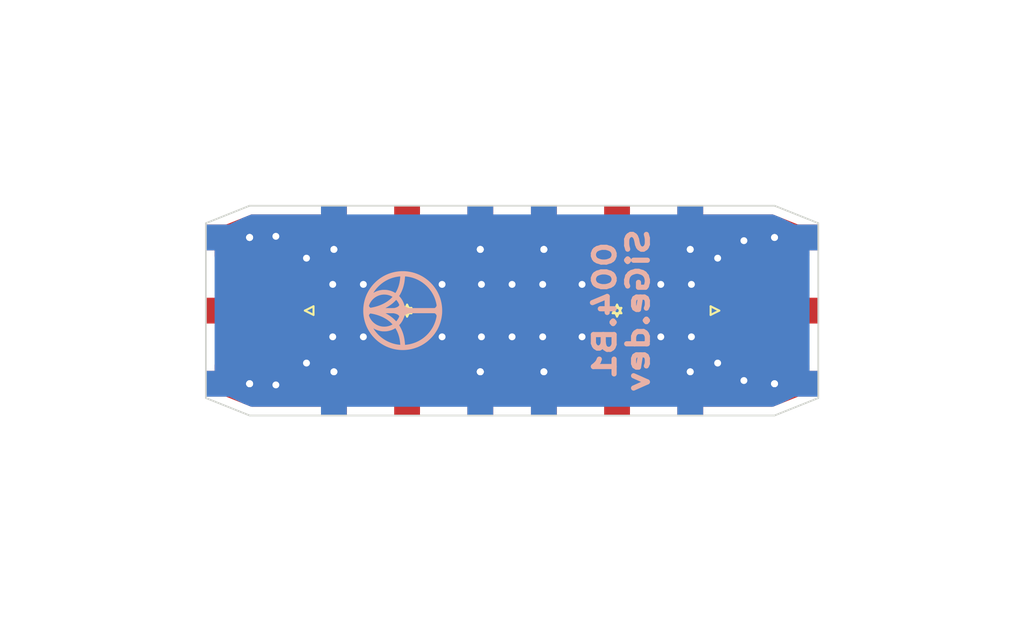
<source format=kicad_pcb>
(kicad_pcb (version 20211014) (generator pcbnew)
  (layers (0 "F.Cu" signal) (1 "In1.Cu" signal) (2 "In2.Cu" signal) (31 "B.Cu" signal) (34 "B.Paste" user) (35 "F.Paste" user) (36 "B.SilkS" user "B.Silkscreen") (37 "F.SilkS" user "F.Silkscreen") (38 "B.Mask" user) (39 "F.Mask" user) (44 "Edge.Cuts" user))
  (net 0 "")
  (net 1 "GND")
  (net 2 "/sig")
  (footprint "Connector_Coaxial:SMA_Amphenol_132289_EdgeMount" (layer "F.Cu") (at 148.844 121.92)
    (fp_text reference "J1" hide)
    (fp_text value "Conn_Coaxial" hide)
    (fp_line (start -3.71 -0.25) (end -3.71 0.25) (layer "F.SilkS") (width 0.12))
    (fp_line (start -3.21 0) (end -3.71 -0.25) (layer "F.SilkS") (width 0.12))
    (fp_line (start -3.71 0.25) (end -3.21 0) (layer "F.SilkS") (width 0.12))
    (pad "1" smd rect locked (at 0 0 90) (size 1.5 5.08) (layers "F.Cu" "F.Paste" "F.Mask") (net 2 "/sig"))
    (pad "2" smd rect locked (at 0 -4.25 90) (size 1.5 5.08) (layers "B.Cu" "B.Paste" "B.Mask") (net 1 "GND"))
    (pad "2" smd rect locked (at 0 4.25 90) (size 1.5 5.08) (layers "B.Cu" "B.Paste" "B.Mask") (net 1 "GND"))
    (pad "2" smd rect locked (at 0 4.25 90) (size 1.5 5.08) (layers "F.Cu" "F.Paste" "F.Mask") (net 1 "GND"))
    (pad "2" smd rect locked (at 0 -4.25 90) (size 1.5 5.08) (layers "F.Cu" "F.Paste" "F.Mask") (net 1 "GND"))
  )
  (footprint "Connector_Coaxial:SMA_Amphenol_132289_EdgeMount" (layer "F.Cu") (at 127.508 125.476 -90)
    (fp_text reference "J2" hide)
    (fp_text value "Conn_Coaxial" hide)
    (fp_line (start -3.21 0) (end -3.71 -0.25) (layer "F.SilkS") (width 0.12))
    (fp_line (start -3.71 0.25) (end -3.21 0) (layer "F.SilkS") (width 0.12))
    (fp_line (start -3.71 -0.25) (end -3.71 0.25) (layer "F.SilkS") (width 0.12))
    (pad "1" smd rect locked (at 0 0) (size 1.5 5.08) (layers "F.Cu" "F.Paste" "F.Mask") (net 1 "GND"))
    (pad "2" smd rect locked (at 0 4.25) (size 1.5 5.08) (layers "F.Cu" "F.Paste" "F.Mask") (net 1 "GND"))
    (pad "2" smd rect locked (at 0 4.25) (size 1.5 5.08) (layers "B.Cu" "B.Paste" "B.Mask") (net 1 "GND"))
    (pad "2" smd rect locked (at 0 -4.25) (size 1.5 5.08) (layers "B.Cu" "B.Paste" "B.Mask") (net 1 "GND"))
    (pad "2" smd rect locked (at 0 -4.25) (size 1.5 5.08) (layers "F.Cu" "F.Paste" "F.Mask") (net 1 "GND"))
  )
  (footprint "Connector_Coaxial:SMA_Amphenol_132289_EdgeMount" (layer "F.Cu") (at 127.508 118.364 90)
    (fp_text reference "J3" hide)
    (fp_text value "Conn_Coaxial" hide)
    (fp_line (start -3.71 0.25) (end -3.21 0) (layer "F.SilkS") (width 0.12))
    (fp_line (start -3.21 0) (end -3.71 -0.25) (layer "F.SilkS") (width 0.12))
    (fp_line (start -3.71 -0.25) (end -3.71 0.25) (layer "F.SilkS") (width 0.12))
    (pad "1" smd rect locked (at 0 0 180) (size 1.5 5.08) (layers "F.Cu" "F.Paste" "F.Mask") (net 1 "GND"))
    (pad "2" smd rect locked (at 0 4.25 180) (size 1.5 5.08) (layers "F.Cu" "F.Paste" "F.Mask") (net 1 "GND"))
    (pad "2" smd rect locked (at 0 -4.25 180) (size 1.5 5.08) (layers "B.Cu" "B.Paste" "B.Mask") (net 1 "GND"))
    (pad "2" smd rect locked (at 0 4.25 180) (size 1.5 5.08) (layers "B.Cu" "B.Paste" "B.Mask") (net 1 "GND"))
    (pad "2" smd rect locked (at 0 -4.25 180) (size 1.5 5.08) (layers "F.Cu" "F.Paste" "F.Mask") (net 1 "GND"))
  )
  (footprint "Connector_Coaxial:SMA_Amphenol_132289_EdgeMount" (layer "F.Cu") (at 139.7 118.364 90)
    (fp_text reference "J4" hide)
    (fp_text value "Conn_Coaxial" hide)
    (fp_line (start -3.71 -0.25) (end -3.71 0.25) (layer "F.SilkS") (width 0.12))
    (fp_line (start -3.21 0) (end -3.71 -0.25) (layer "F.SilkS") (width 0.12))
    (fp_line (start -3.71 0.25) (end -3.21 0) (layer "F.SilkS") (width 0.12))
    (pad "1" smd rect locked (at 0 0 180) (size 1.5 5.08) (layers "F.Cu" "F.Paste" "F.Mask") (net 1 "GND"))
    (pad "2" smd rect locked (at 0 4.25 180) (size 1.5 5.08) (layers "F.Cu" "F.Paste" "F.Mask") (net 1 "GND"))
    (pad "2" smd rect locked (at 0 -4.25 180) (size 1.5 5.08) (layers "B.Cu" "B.Paste" "B.Mask") (net 1 "GND"))
    (pad "2" smd rect locked (at 0 -4.25 180) (size 1.5 5.08) (layers "F.Cu" "F.Paste" "F.Mask") (net 1 "GND"))
    (pad "2" smd rect locked (at 0 4.25 180) (size 1.5 5.08) (layers "B.Cu" "B.Paste" "B.Mask") (net 1 "GND"))
  )
  (footprint "Connector_Coaxial:SMA_Amphenol_132289_EdgeMount" (layer "F.Cu") (at 139.7 125.476 -90)
    (fp_text reference "J5" hide)
    (fp_text value "Conn_Coaxial" hide)
    (fp_line (start -3.71 0.25) (end -3.21 0) (layer "F.SilkS") (width 0.12))
    (fp_line (start -3.21 0) (end -3.71 -0.25) (layer "F.SilkS") (width 0.12))
    (fp_line (start -3.71 -0.25) (end -3.71 0.25) (layer "F.SilkS") (width 0.12))
    (pad "1" smd rect locked (at 0 0) (size 1.5 5.08) (layers "F.Cu" "F.Paste" "F.Mask") (net 1 "GND"))
    (pad "2" smd rect locked (at 0 -4.25) (size 1.5 5.08) (layers "B.Cu" "B.Paste" "B.Mask") (net 1 "GND"))
    (pad "2" smd rect locked (at 0 4.25) (size 1.5 5.08) (layers "B.Cu" "B.Paste" "B.Mask") (net 1 "GND"))
    (pad "2" smd rect locked (at 0 -4.25) (size 1.5 5.08) (layers "F.Cu" "F.Paste" "F.Mask") (net 1 "GND"))
    (pad "2" smd rect locked (at 0 4.25) (size 1.5 5.08) (layers "F.Cu" "F.Paste" "F.Mask") (net 1 "GND"))
  )
  (footprint "Connector_Coaxial:SMA_Amphenol_132289_EdgeMount" (layer "F.Cu") (at 118.364 121.92 180)
    (fp_text reference "J6" hide)
    (fp_text value "Conn_Coaxial" hide)
    (fp_line (start -3.21 0) (end -3.71 -0.25) (layer "F.SilkS") (width 0.12))
    (fp_line (start -3.71 -0.25) (end -3.71 0.25) (layer "F.SilkS") (width 0.12))
    (fp_line (start -3.71 0.25) (end -3.21 0) (layer "F.SilkS") (width 0.12))
    (pad "1" smd rect locked (at 0 0 270) (size 1.5 5.08) (layers "F.Cu" "F.Paste" "F.Mask") (net 2 "/sig"))
    (pad "2" smd rect locked (at 0 4.25 270) (size 1.5 5.08) (layers "B.Cu" "B.Paste" "B.Mask") (net 1 "GND"))
    (pad "2" smd rect locked (at 0 4.25 270) (size 1.5 5.08) (layers "F.Cu" "F.Paste" "F.Mask") (net 1 "GND"))
    (pad "2" smd rect locked (at 0 -4.25 270) (size 1.5 5.08) (layers "F.Cu" "F.Paste" "F.Mask") (net 1 "GND"))
    (pad "2" smd rect locked (at 0 -4.25 270) (size 1.5 5.08) (layers "B.Cu" "B.Paste" "B.Mask") (net 1 "GND"))
  )
  (footprint "LOGO" (layer "B.Cu") (at 127.254 121.92 180)
    (fp_text reference "G***" hide)
    (fp_text value "LOGO" hide)
    (fp_poly (pts (xy 0.024013 2.291862) (xy 0.063216 2.291353) (xy 0.100345 2.290382) (xy 0.134107 2.288949) (xy 0.157773 2.287473) (xy 0.274275 2.276097) (xy 0.388856 2.259341) (xy 0.501473 2.237224) (xy 0.612081 2.209763) (xy 0.720635 2.176977) (xy 0.827089 2.138885) (xy 0.9314 2.095506) (xy 1.033521 2.046857) (xy 1.133409 1.992958) (xy 1.231019 1.933826) (xy 1.326306 1.86948) (xy 1.419224 1.799939) (xy 1.49874 1.734681) (xy 1.519895 1.716036) (xy 1.543954 1.693907) (xy 1.570078 1.66913) (xy 1.597431 1.642542) (xy 1.625176 1.614981) (xy 1.652477 1.587282) (xy 1.678496 1.560284) (xy 1.702397 1.534822) (xy 1.723342 1.511734) (xy 1.734681 1.49874) (xy 1.808768 1.407931) (xy 1.877674 1.314719) (xy 1.941381 1.219147) (xy 1.999871 1.12126) (xy 2.053125 1.021101) (xy 2.101126 0.918715) (xy 2.143854 0.814146) (xy 2.181292 0.707439) (xy 2.213423 0.598636) (xy 2.240226 0.487783) (xy 2.261685 0.374923) (xy 2.277781 0.260101) (xy 2.287473 0.157773) (xy 2.289275 0.127629) (xy 2.290615 0.093083) (xy 2.291493 0.055431) (xy 2.291908 0.015967) (xy 2.291862 -0.024013) (xy 2.291353 -0.063216) (xy 2.290382 -0.100345) (xy 2.288949 -0.134107) (xy 2.287473 -0.157773) (xy 2.276114 -0.273831) (xy 2.259337 -0.388192) (xy 2.237178 -0.500763) (xy 2.209672 -0.611451) (xy 2.176855 -0.720161) (xy 2.138764 -0.826798) (xy 2.095435 -0.93127) (xy 2.046904 -1.033482) (xy 1.993206 -1.133341) (xy 1.934379 -1.230752) (xy 1.870457 -1.325621) (xy 1.80639 -1.411587) (xy 1.753566 -1.4763) (xy 1.696216 -1.541201) (xy 1.635391 -1.605238) (xy 1.572144 -1.667358) (xy 1.507527 -1.726509) (xy 1.442593 -1.781639) (xy 1.411587 -1.80639) (xy 1.319448 -1.874784) (xy 1.2245 -1.938233) (xy 1.126905 -1.996675) (xy 1.02682 -2.05005) (xy 0.924405 -2.098296) (xy 0.81982 -2.141353) (xy 0.713222 -2.17916) (xy 0.604772 -2.211655) (xy 0.494629 -2.238779) (xy 0.382951 -2.260469) (xy 0.269899 -2.276665) (xy 0.155732 -2.287299) (xy 0.107229 -2.29013) (xy 0.059853 -2.291852) (xy 0.011726 -2.292498) (xy -0.039028 -2.292103) (xy -0.071437 -2.291383) (xy -0.182979 -2.285533) (xy -0.294082 -2.27406) (xy -0.4045 -2.257053) (xy -0.513989 -2.234599) (xy -0.622304 -2.206787) (xy -0.729201 -2.173705) (xy -0.834436 -2.135443) (xy -0.937763 -2.092088) (xy -1.03894 -2.043728) (xy -1.137721 -1.990453) (xy -1.233862 -1.93235) (xy -1.327118 -1.869508) (xy -1.411183 -1.806781) (xy -1.479728 -1.750641) (xy -1.548062 -1.689903) (xy -1.61513 -1.625622) (xy -1.679878 -1.558852) (xy -1.741251 -1.490649) (xy -1.798193 -1.422067) (xy -1.806781 -1.411183) (xy -1.874978 -1.319516) (xy -1.938222 -1.225043) (xy -1.996464 -1.127885) (xy -2.049659 -1.028166) (xy -2.097759 -0.926009) (xy -2.140716 -0.821538) (xy -2.178483 -0.714874) (xy -2.211013 -0.606142) (xy -2.23826 -0.495464) (xy -2.260175 -0.382963) (xy -2.272618 -0.297027) (xy -1.967957 -0.297027) (xy -1.967944 -0.304707) (xy -1.966671 -0.317281) (xy -1.964251 -0.334093) (xy -1.9608 -0.354489) (xy -1.956432 -0.377817) (xy -1.951263 -0.403421) (xy -1.945405 -0.430648) (xy -1.941504 -0.447948) (xy -1.915169 -0.550019) (xy -1.883515 -0.65018) (xy -1.846674 -0.748246) (xy -1.804775 -0.844032) (xy -1.757948 -0.937355) (xy -1.706323 -1.02803) (xy -1.65003 -1.115872) (xy -1.589199 -1.200698) (xy -1.52396 -1.282322) (xy -1.454443 -1.360562) (xy -1.380778 -1.435232) (xy -1.303095 -1.506148) (xy -1.221524 -1.573126) (xy -1.136195 -1.635981) (xy -1.074407 -1.677359) (xy -0.984355 -1.73194) (xy -0.891594 -1.781627) (xy -0.796428 -1.8263) (xy -0.69916 -1.865843) (xy -0.600094 -1.900136) (xy -0.499535 -1.92906) (xy -0.397785 -1.952498) (xy -0.342896 -1.962755) (xy -0.311092 -1.967944) (xy -0.277706 -1.972899) (xy -0.244301 -1.977415) (xy -0.212434 -1.981288) (xy -0.183668 -1.984312) (xy -0.16859 -1.985631) (xy -0.156056 -1.986644) (xy -0.145733 -1.987521) (xy -0.138891 -1.988153) (xy -0.136812 -1.988398) (xy -0.136219 -1.986779) (xy 0.142873 -1.986779) (xy 0.173367 -1.984808) (xy 0.186724 -1.983737) (xy 0.204016 -1.982045) (xy 0.223519 -1.979918) (xy 0.24351 -1.97754) (xy 0.255984 -1.975942) (xy 0.307737 -1.968554) (xy 0.356292 -1.960425) (xy 0.404161 -1.951104) (xy 0.447948 -1.941504) (xy 0.549927 -1.915189) (xy 0.650023 -1.883548) (xy 0.748047 -1.846715) (xy 0.843812 -1.80482) (xy 0.937129 -1.757998) (xy 1.02781 -1.70638) (xy 1.115667 -1.650097) (xy 1.200511 -1.589284) (xy 1.282156 -1.524072) (xy 1.360412 -1.454593) (xy 1.435091 -1.38098) (xy 1.506006 -1.303365) (xy 1.572968 -1.22188) (xy 1.63579 -1.136658) (xy 1.675035 -1.078208) (xy 1.68399 -1.064281) (xy 1.69176 -1.052061) (xy 1.697853 -1.042335) (xy 1.701777 -1.035887) (xy 1.703049 -1.033522) (xy 1.700734 -1.034356) (xy 1.694401 -1.037585) (xy 1.684964 -1.042723) (xy 1.673337 -1.04928) (xy 1.670902 -1.050677) (xy 1.599622 -1.088396) (xy 1.525439 -1.12123) (xy 1.448483 -1.149137) (xy 1.368885 -1.172074) (xy 1.286776 -1.19) (xy 1.202286 -1.202873) (xy 1.195849 -1.203634) (xy 1.182091 -1.204805) (xy 1.163628 -1.205749) (xy 1.141466 -1.206468) (xy 1.116609 -1.206961) (xy 1.090062 -1.207227) (xy 1.062832 -1.207268) (xy 1.035923 -1.207083) (xy 1.01034 -1.206672) (xy 0.98709 -1.206035) (xy 0.967177 -1.205171) (xy 0.951606 -1.204082) (xy 0.947249 -1.203634) (xy 0.86205 -1.191072) (xy 0.779471 -1.17344) (xy 0.699466 -1.150723) (xy 0.621989 -1.122906) (xy 0.546992 -1.089973) (xy 0.47443 -1.05191) (xy 0.46174 -1.04458) (xy 0.448817 -1.037039) (xy 0.437766 -1.030645) (xy 0.429464 -1.025899) (xy 0.424784 -1.023305) (xy 0.424081 -1.022972) (xy 0.42206 -1.025371) (xy 0.417763 -1.03208) (xy 0.411602 -1.042366) (xy 0.40399 -1.055498) (xy 0.395341 -1.070742) (xy 0.386068 -1.087366) (xy 0.376585 -1.104639) (xy 0.367303 -1.121827) (xy 0.358638 -1.138198) (xy 0.353762 -1.147605) (xy 0.313708 -1.230911) (xy 0.277939 -1.316504) (xy 0.246379 -1.404668) (xy 0.218952 -1.495684) (xy 0.195581 -1.589836) (xy 0.176192 -1.687405) (xy 0.160707 -1.788676) (xy 0.149051 -1.89393) (xy 0.147145 -1.915819) (xy 0.145753 -1.933079) (xy 0.144551 -1.949014) (xy 0.143618 -1.962482) (xy 0.143035 -1.972343) (xy 0.142873 -1.976961) (xy 0.142873 -1.986779) (xy -0.136219 -1.986779) (xy -0.135903 -1.985915) (xy -0.134848 -1.978896) (xy -0.133796 -1.968512) (xy -0.133118 -1.959506) (xy -0.124339 -1.851112) (xy -0.112441 -1.747115) (xy -0.097317 -1.647056) (xy -0.07886 -1.550476) (xy -0.056963 -1.456915) (xy -0.031517 -1.365913) (xy -0.002417 -1.277011) (xy 0.030447 -1.189749) (xy 0.0662 -1.105839) (xy 0.082322 -1.071287) (xy 0.100363 -1.034767) (xy 0.119658 -0.997508) (xy 0.139542 -0.960742) (xy 0.15935 -0.925699) (xy 0.178418 -0.893611) (xy 0.195072 -0.86724) (xy 0.208183 -0.847238) (xy 0.191799 -0.830093) (xy 0.164028 -0.798899) (xy 0.594353 -0.798899) (xy 0.59686 -0.80199) (xy 0.603904 -0.806963) (xy 0.614762 -0.813454) (xy 0.628716 -0.821101) (xy 0.645044 -0.82954) (xy 0.663026 -0.83841) (xy 0.681943 -0.847347) (xy 0.701073 -0.855988) (xy 0.719697 -0.863971) (xy 0.737094 -0.870932) (xy 0.738072 -0.871305) (xy 0.80458 -0.893969) (xy 0.871205 -0.911336) (xy 0.938487 -0.923479) (xy 1.006968 -0.93047) (xy 1.077186 -0.932382) (xy 1.149683 -0.929289) (xy 1.161559 -0.928331) (xy 1.226764 -0.920044) (xy 1.292455 -0.906435) (xy 1.357858 -0.887758) (xy 1.422196 -0.864264) (xy 1.484693 -0.836207) (xy 1.544573 -0.80384) (xy 1.545267 -0.803429) (xy 1.605592 -0.764463) (xy 1.662635 -0.721018) (xy 1.716143 -0.673411) (xy 1.765863 -0.621956) (xy 1.81154 -0.566969) (xy 1.852922 -0.508765) (xy 1.889755 -0.447658) (xy 1.921787 -0.383964) (xy 1.948762 -0.317997) (xy 1.958569 -0.28955) (xy 1.963383 -0.27478) (xy 1.952896 -0.253832) (xy 1.945869 -0.2408) (xy 1.937618 -0.22695) (xy 1.930105 -0.215537) (xy 1.921794 -0.204851) (xy 1.912057 -0.193917) (xy 1.901855 -0.183642) (xy 1.892148 -0.174931) (xy 1.883897 -0.168689) (xy 1.878063 -0.165822) (xy 1.877268 -0.165733) (xy 1.871634 -0.166259) (xy 1.861296 -0.16773) (xy 1.847156 -0.169986) (xy 1.830118 -0.172867) (xy 1.811085 -0.176214) (xy 1.79096 -0.179866) (xy 1.770644 -0.183663) (xy 1.751042 -0.187446) (xy 1.733056 -0.191055) (xy 1.725834 -0.192557) (xy 1.617763 -0.217645) (xy 1.51238 -0.246732) (xy 1.409907 -0.279713) (xy 1.310569 -0.316483) (xy 1.214589 -0.356936) (xy 1.122192 -0.400966) (xy 1.033601 -0.448468) (xy 0.949039 -0.499337) (xy 0.868731 -0.553466) (xy 0.7929 -0.61075) (xy 0.733278 -0.660832) (xy 0.723402 -0.669764) (xy 0.711356 -0.68101) (xy 0.697699 -0.694013) (xy 0.68299 -0.708219) (xy 0.667788 -0.723071) (xy 0.652651 -0.738015) (xy 0.638139 -0.752495) (xy 0.62481 -0.765955) (xy 0.613223 -0.77784) (xy 0.603937 -0.787594) (xy 0.597512 -0.794663) (xy 0.594506 -0.79849) (xy 0.594353 -0.798899) (xy 0.164028 -0.798899) (xy 0.141115 -0.773161) (xy 0.093605 -0.711922) (xy 0.049728 -0.647097) (xy 0.009943 -0.57941) (xy -0.025292 -0.50958) (xy -0.052986 -0.444858) (xy -0.058984 -0.429661) (xy -0.06469 -0.415417) (xy -0.069581 -0.403417) (xy -0.073133 -0.394953) (xy -0.074036 -0.392901) (xy -0.077132 -0.38503) (xy -0.081062 -0.373579) (xy -0.085176 -0.360489) (xy -0.086985 -0.354326) (xy -0.093851 -0.333707) (xy 0.201666 -0.333707) (xy 0.202729 -0.339518) (xy 0.205821 -0.348241) (xy 0.206042 -0.348829) (xy 0.22001 -0.382167) (xy 0.237564 -0.418111) (xy 0.258 -0.455495) (xy 0.280614 -0.493149) (xy 0.3047 -0.529904) (xy 0.329556 -0.564593) (xy 0.354476 -0.596046) (xy 0.356502 -0.598447) (xy 0.377251 -0.622914) (xy 0.436511 -0.562514) (xy 0.454075 -0.544798) (xy 0.472713 -0.526325) (xy 0.49139 -0.5081) (xy 0.50907 -0.491125) (xy 0.524719 -0.476405) (xy 0.535775 -0.466301) (xy 0.593675 -0.416666) (xy 0.655581 -0.367682) (xy 0.720355 -0.320134) (xy 0.786857 -0.274807) (xy 0.853948 -0.232485) (xy 0.920491 -0.193953) (xy 0.967252 -0.169083) (xy 0.978 -0.163505) (xy 0.987118 -0.158614) (xy 0.993159 -0.155192) (xy 0.994398 -0.154404) (xy 0.993125 -0.153818) (xy 0.987412 -0.153317) (xy 0.977117 -0.152901) (xy 0.962099 -0.152568) (xy 0.942216 -0.152318) (xy 0.917328 -0.152148) (xy 0.887292 -0.152058) (xy 0.851967 -0.152046) (xy 0.811212 -0.15211) (xy 0.764886 -0.152251) (xy 0.764372 -0.152252) (xy 0.53006 -0.153101) (xy 0.490021 -0.161963) (xy 0.444498 -0.173053) (xy 0.402288 -0.185386) (xy 0.363982 -0.198755) (xy 0.330174 -0.212951) (xy 0.301456 -0.227768) (xy 0.300678 -0.228221) (xy 0.275103 -0.244884) (xy 0.251999 -0.263351) (xy 0.232144 -0.282858) (xy 0.216318 -0.30264) (xy 0.205413 -0.321683) (xy 0.202578 -0.328525) (xy 0.201666 -0.333707) (xy -0.093851 -0.333707) (xy -0.094612 -0.331423) (xy -0.1037 -0.312204) (xy -0.115395 -0.294644) (xy -0.13084 -0.27672) (xy -0.13094 -0.276614) (xy -0.154798 -0.254888) (xy -0.183881 -0.234611) (xy -0.217851 -0.215926) (xy -0.256368 -0.198977) (xy -0.299094 -0.18391) (xy -0.345688 -0.170867) (xy -0.395814 -0.159994) (xy -0.411792 -0.157124) (xy -0.415429 -0.156519) (xy -0.419139 -0.155957) (xy -0.423144 -0.155439) (xy -0.427664 -0.154962) (xy -0.43292 -0.154525) (xy -0.439134 -0.154125) (xy -0.446527 -0.153762) (xy -0.455318 -0.153433) (xy -0.465729 -0.153137) (xy -0.477982 -0.152871) (xy -0.492296 -0.152635) (xy -0.508894 -0.152427) (xy -0.527995 -0.152244) (xy -0.549821 -0.152086) (xy -0.574592 -0.15195) (xy -0.60253 -0.151835) (xy -0.633856 -0.151738) (xy -0.66879 -0.151659) (xy -0.707553 -0.151596) (xy -0.750367 -0.151547) (xy -0.797452 -0.151509) (xy -0.849029 -0.151483) (xy -0.905319 -0.151464) (xy -0.966542 -0.151453) (xy -1.032921 -0.151448) (xy -1.104676 -0.151446) (xy -1.145349 -0.151446) (xy -1.220222 -0.151447) (xy -1.289593 -0.151453) (xy -1.353674 -0.151465) (xy -1.412679 -0.151484) (xy -1.46682 -0.151512) (xy -1.516311 -0.15155) (xy -1.561364 -0.151599) (xy -1.602191 -0.151662) (xy -1.639007 -0.15174) (xy -1.672023 -0.151833) (xy -1.701452 -0.151944) (xy -1.727508 -0.152075) (xy -1.750402 -0.152225) (xy -1.770349 -0.152398) (xy -1.787561 -0.152594) (xy -1.80225 -0.152816) (xy -1.81463 -0.153063) (xy -1.824913 -0.153339) (xy -1.833312 -0.153644) (xy -1.84004 -0.15398) (xy -1.84531 -0.154348) (xy -1.849334 -0.15475) (xy -1.852326 -0.155187) (xy -1.854498 -0.155661) (xy -1.856064 -0.156174) (xy -1.85654 -0.156377) (xy -1.8828 -0.171466) (xy -1.906911 -0.191727) (xy -1.928635 -0.216945) (xy -1.935916 -0.227333) (xy -1.943751 -0.240208) (xy -1.951496 -0.254785) (xy -1.958468 -0.26958) (xy -1.963985 -0.283109) (xy -1.967366 -0.29389) (xy -1.967957 -0.297027) (xy -2.272618 -0.297027) (xy -2.276711 -0.268763) (xy -2.287473 -0.157773) (xy -2.289275 -0.127629) (xy -2.290615 -0.093083) (xy -2.291493 -0.055431) (xy -2.291908 -0.015967) (xy -2.291862 0.024013) (xy -2.291353 0.063216) (xy -2.290382 0.100345) (xy -2.288949 0.134107) (xy -2.287473 0.157773) (xy -2.276098 0.274288) (xy -2.272919 0.296032) (xy -1.971116 0.296032) (xy -1.965712 0.282322) (xy -1.950557 0.249258) (xy -1.932698 0.219763) (xy -1.912543 0.194347) (xy -1.890494 0.173524) (xy -1.867229 0.157951) (xy -1.850208 0.14874) (xy -0.39423 0.148588) (xy -0.36642 0.154592) (xy -0.319944 0.166157) (xy -0.276481 0.180053) (xy -0.236487 0.196061) (xy -0.200419 0.213961) (xy -0.168735 0.233534) (xy -0.141893 0.254562) (xy -0.126561 0.269663) (xy -0.112763 0.286296) (xy -0.102742 0.302435) (xy -0.095249 0.320304) (xy -0.09323 0.326858) (xy 0.197838 0.326858) (xy 0.206286 0.309874) (xy 0.220072 0.286592) (xy 0.237409 0.265418) (xy 0.258807 0.245903) (xy 0.284773 0.227599) (xy 0.315817 0.210056) (xy 0.324322 0.205791) (xy 0.358594 0.190447) (xy 0.395598 0.176475) (xy 0.43275 0.164795) (xy 0.457194 0.158536) (xy 0.468877 0.155826) (xy 0.47948 0.153296) (xy 0.486837 0.151466) (xy 0.487198 0.151371) (xy 0.49128 0.151033) (xy 0.500653 0.150707) (xy 0.514893 0.150397) (xy 0.533576 0.150107) (xy 0.556278 0.14984) (xy 0.582576 0.149601) (xy 0.612045 0.149394) (xy 0.644261 0.149222) (xy 0.678801 0.149089) (xy 0.71524 0.148999) (xy 0.750084 0.148957) (xy 1.004399 0.148811) (xy 0.988683 0.157475) (xy 0.980533 0.161937) (xy 0.9687 0.168376) (xy 0.954535 0.176059) (xy 0.939385 0.184253) (xy 0.932962 0.187721) (xy 0.852902 0.233406) (xy 0.773452 0.283624) (xy 0.695799 0.337541) (xy 0.621133 0.394324) (xy 0.55064 0.45314) (xy 0.535775 0.466301) (xy 0.522694 0.478287) (xy 0.506693 0.493389) (xy 0.488808 0.510601) (xy 0.470076 0.528919) (xy 0.451535 0.547337) (xy 0.436618 0.562405) (xy 0.377465 0.622696) (xy 0.362186 0.604952) (xy 0.326128 0.560461) (xy 0.293489 0.514459) (xy 0.264414 0.467672) (xy 0.255013 0.450898) (xy 0.244657 0.43126) (xy 0.234042 0.41018) (xy 0.223859 0.389079) (xy 0.214802 0.369379) (xy 0.207564 0.352499) (xy 0.204856 0.345593) (xy 0.197838 0.326858) (xy -0.09323 0.326858) (xy -0.091811 0.331466) (xy -0.068542 0.404599) (xy -0.039983 0.477025) (xy -0.006506 0.548088) (xy 0.031515 0.617132) (xy 0.073707 0.683501) (xy 0.119696 0.746538) (xy 0.163513 0.798899) (xy 0.594353 0.798899) (xy 0.596325 0.796057) (xy 0.601869 0.789821) (xy 0.610427 0.780747) (xy 0.621439 0.76939) (xy 0.634347 0.756306) (xy 0.64859 0.742051) (xy 0.663612 0.727179) (xy 0.678852 0.712246) (xy 0.693752 0.697808) (xy 0.707752 0.68442) (xy 0.720295 0.672638) (xy 0.730821 0.663016) (xy 0.733278 0.660832) (xy 0.805105 0.601084) (xy 0.881587 0.544401) (xy 0.962489 0.490887) (xy 1.047576 0.440647) (xy 1.136613 0.393786) (xy 1.229366 0.350409) (xy 1.3256 0.310621) (xy 1.42508 0.274527) (xy 1.527571 0.242232) (xy 1.632839 0.213841) (xy 1.740649 0.189459) (xy 1.821143 0.174196) (xy 1.83691 0.171472) (xy 1.850837 0.169117) (xy 1.861892 0.1673) (xy 1.869041 0.166193) (xy 1.871124 0.165934) (xy 1.875495 0.167344) (xy 1.882525 0.171169) (xy 1.887184 0.174188) (xy 1.903027 0.187363) (xy 1.919114 0.204873) (xy 1.934468 0.225466) (xy 1.948111 0.247892) (xy 1.9543 0.260064) (xy 1.962581 0.277573) (xy 1.95454 0.300947) (xy 1.928074 0.369343) (xy 1.896753 0.434736) (xy 1.860543 0.497193) (xy 1.831655 0.540061) (xy 1.78667 0.598133) (xy 1.737855 0.652069) (xy 1.68545 0.70173) (xy 1.629695 0.746976) (xy 1.57083 0.787668) (xy 1.509094 0.823667) (xy 1.444729 0.854834) (xy 1.377974 0.881029) (xy 1.30907 0.902112) (xy 1.238255 0.917946) (xy 1.165771 0.92839) (xy 1.161559 0.928824) (xy 1.127726 0.931253) (xy 1.090086 0.93226) (xy 1.050351 0.9319) (xy 1.010237 0.930226) (xy 0.971455 0.927295) (xy 0.93572 0.923159) (xy 0.922961 0.921229) (xy 0.86138 0.908927) (xy 0.79965 0.892251) (xy 0.739431 0.871715) (xy 0.682386 0.847832) (xy 0.677345 0.845479) (xy 0.659388 0.836799) (xy 0.642234 0.828097) (xy 0.626623 0.819789) (xy 0.613293 0.812287) (xy 0.602982 0.806007) (xy 0.596428 0.801364) (xy 0.594353 0.798899) (xy 0.163513 0.798899) (xy 0.16911 0.805588) (xy 0.191799 0.830093) (xy 0.208183 0.847238) (xy 0.195072 0.86724) (xy 0.177307 0.895429) (xy 0.158177 0.92773) (xy 0.138345 0.962911) (xy 0.118478 0.999741) (xy 0.099239 1.03699) (xy 0.081295 1.073427) (xy 0.0662 1.105839) (xy 0.029553 1.191977) (xy -0.003224 1.279311) (xy -0.032238 1.368299) (xy -0.057598 1.459402) (xy -0.07941 1.553077) (xy -0.097782 1.649784) (xy -0.11282 1.749981) (xy -0.124632 1.85413) (xy -0.133115 1.959469) (xy -0.134044 1.972605) (xy -0.134941 1.981014) (xy -0.136086 1.985674) (xy -0.137079 1.986797) (xy 0.142873 1.986797) (xy 0.142873 1.97697) (xy 0.143152 1.969263) (xy 0.143929 1.956903) (xy 0.145116 1.940921) (xy 0.146623 1.922348) (xy 0.148361 1.902215) (xy 0.15024 1.881553) (xy 0.152173 1.861394) (xy 0.154069 1.842769) (xy 0.155839 1.826708) (xy 0.155931 1.82592) (xy 0.170947 1.718594) (xy 0.190498 1.614404) (xy 0.214557 1.51343) (xy 0.243099 1.415753) (xy 0.276096 1.321456) (xy 0.313525 1.230617) (xy 0.355357 1.14332) (xy 0.401567 1.059644) (xy 0.402555 1.057976) (xy 0.410014 1.045483) (xy 0.416394 1.034959) (xy 0.421157 1.02728) (xy 0.423766 1.02332) (xy 0.424081 1.022972) (xy 0.426681 1.024338) (xy 0.433331 1.028099) (xy 0.443154 1.033755) (xy 0.455276 1.040801) (xy 0.46174 1.04458) (xy 0.534125 1.083679) (xy 0.609021 1.117659) (xy 0.686341 1.14649) (xy 0.765999 1.170144) (xy 0.847908 1.188592) (xy 0.931982 1.201805) (xy 0.934391 1.202102) (xy 0.951321 1.203716) (xy 0.972799 1.205048) (xy 0.99778 1.206092) (xy 1.025219 1.206841) (xy 1.054071 1.20729) (xy 1.08329 1.207432) (xy 1.111833 1.207261) (xy 1.138654 1.206771) (xy 1.162707 1.205957) (xy 1.182949 1.204811) (xy 1.195849 1.203634) (xy 1.280512 1.191143) (xy 1.362804 1.173595) (xy 1.442595 1.151033) (xy 1.519754 1.123498) (xy 1.59415 1.091032) (xy 1.665653 1.053678) (xy 1.670902 1.050677) (xy 1.682848 1.043901) (xy 1.692782 1.03845) (xy 1.69979 1.034811) (xy 1.702957 1.033473) (xy 1.703049 1.033522) (xy 1.701506 1.036703) (xy 1.697198 1.043868) (xy 1.690603 1.054295) (xy 1.682201 1.067262) (xy 1.672469 1.082049) (xy 1.661887 1.097935) (xy 1.650935 1.114197) (xy 1.64009 1.130114) (xy 1.629832 1.144967) (xy 1.62064 1.158032) (xy 1.617085 1.162988) (xy 1.575133 1.219197) (xy 1.532863 1.271946) (xy 1.488886 1.322872) (xy 1.441815 1.373609) (xy 1.414949 1.401173) (xy 1.337576 1.475325) (xy 1.256886 1.544869) (xy 1.173043 1.609727) (xy 1.086208 1.669819) (xy 0.996544 1.725064) (xy 0.904213 1.775382) (xy 0.809378 1.820694) (xy 0.7122 1.86092) (xy 0.612841 1.895978) (xy 0.511465 1.92579) (xy 0.408232 1.950275) (xy 0.303306 1.969354) (xy 0.247171 1.977232) (xy 0.228668 1.979444) (xy 0.209351 1.981547) (xy 0.191168 1.983339) (xy 0.176069 1.984624) (xy 0.172162 1.984898) (xy 0.142873 1.986797) (xy -0.137079 1.986797) (xy -0.137757 1.987563) (xy -0.140233 1.987662) (xy -0.141096 1.987504) (xy -0.14654 1.986796) (xy -0.156055 1.985917) (xy -0.168006 1.98501) (xy -0.174305 1.984596) (xy -0.196138 1.982847) (xy -0.222263 1.980113) (xy -0.251375 1.976562) (xy -0.28217 1.972364) (xy -0.313342 1.967685) (xy -0.342896 1.962816) (xy -0.446064 1.942097) (xy -0.547584 1.915979) (xy -0.647268 1.884584) (xy -0.744929 1.848039) (xy -0.84038 1.806468) (xy -0.933432 1.759996) (xy -1.0239 1.708747) (xy -1.111594 1.652846) (xy -1.196329 1.592419) (xy -1.277916 1.527589) (xy -1.356167 1.458482) (xy -1.430897 1.385222) (xy -1.501917 1.307935) (xy -1.56904 1.226744) (xy -1.632078 1.141775) (xy -1.677359 1.074407) (xy -1.732575 0.983318) (xy -1.782654 0.889758) (xy -1.827538 0.793873) (xy -1.86717 0.695812) (xy -1.901491 0.595721) (xy -1.930444 0.493748) (xy -1.953971 0.390041) (xy -1.961481 0.350182) (xy -1.971116 0.296032) (xy -2.272919 0.296032) (xy -2.259345 0.388875) (xy -2.237233 0.501489) (xy -2.209779 0.612089) (xy -2.177001 0.720631) (xy -2.138918 0.827071) (xy -2.095547 0.931366) (xy -2.046905 1.033474) (xy -1.993012 1.13335) (xy -1.933883 1.230951) (xy -1.869539 1.326234) (xy -1.799995 1.419156) (xy -1.734681 1.49874) (xy -1.716036 1.519895) (xy -1.693907 1.543954) (xy -1.66913 1.570078) (xy -1.642542 1.597431) (xy -1.614981 1.625176) (xy -1.587282 1.652477) (xy -1.560284 1.678496) (xy -1.534822 1.702397) (xy -1.511734 1.723342) (xy -1.49874 1.734681) (xy -1.407926 1.808773) (xy -1.314713 1.877683) (xy -1.219144 1.941391) (xy -1.121263 1.99988) (xy -1.021112 2.053133) (xy -0.918735 2.101131) (xy -0.814175 2.143857) (xy -0.707476 2.181293) (xy -0.59868 2.21342) (xy -0.487832 2.240222) (xy -0.374974 2.26168) (xy -0.260149 2.277777) (xy -0.157773 2.287473) (xy -0.127629 2.289275) (xy -0.093083 2.290615) (xy -0.055431 2.291493) (xy -0.015967 2.291908)) (layer "B.SilkS") (width 0) (fill solid))
  )
  (gr_line (start 118.364 115.824) (end 148.844 115.824) (layer "Edge.Cuts") (width 0.1))
  (gr_line (start 118.364 115.824) (end 115.824 116.84) (layer "Edge.Cuts") (width 0.1))
  (gr_line (start 148.844 128.016) (end 151.384 127) (layer "Edge.Cuts") (width 0.1))
  (gr_line (start 118.364 128.016) (end 148.844 128.016) (layer "Edge.Cuts") (width 0.1))
  (gr_line (start 148.844 115.824) (end 151.384 116.84) (layer "Edge.Cuts") (width 0.1))
  (gr_line (start 115.824 127) (end 118.364 128.016) (layer "Edge.Cuts") (width 0.1))
  (gr_line (start 151.384 116.84) (end 151.384 127) (layer "Edge.Cuts") (width 0.1))
  (gr_line (start 115.824 116.84) (end 115.824 127) (layer "Edge.Cuts") (width 0.1))
  (gr_text "004.B1\nSiGe.dev" (at 139.954 121.92 90) (layer "B.SilkS") (effects (font (size 1.2 1.5) (thickness 0.3)) (justify mirror)))
  (via (at 143.95 125.476) (size 0.8) (drill 0.4) (layers "F.Cu" "B.Cu") (net 1))
  (via (at 145.542 124.968) (size 0.8) (drill 0.4) (layers "F.Cu" "B.Cu") (net 1))
  (via (at 131.758 118.364) (size 0.8) (drill 0.4) (layers "F.Cu" "B.Cu") (net 1))
  (via (at 133.604 120.396) (size 0.8) (drill 0.4) (layers "F.Cu" "B.Cu") (net 1))
  (via (at 135.45 118.364) (size 0.8) (drill 0.4) (layers "F.Cu" "B.Cu") (net 1))
  (via (at 131.758 125.476) (size 0.8) (drill 0.4) (layers "F.Cu" "B.Cu") (net 1))
  (via (at 119.888 117.602) (size 0.8) (drill 0.4) (layers "F.Cu" "B.Cu") (net 1))
  (via (at 123.258 125.476) (size 0.8) (drill 0.4) (layers "F.Cu" "B.Cu") (net 1))
  (via (at 118.364 117.67) (size 0.8) (drill 0.4) (layers "F.Cu" "B.Cu") (net 1))
  (via (at 143.95 125.476) (size 0.8) (drill 0.4) (layers "F.Cu" "B.Cu") (net 1))
  (via (at 123.258 118.364) (size 0.8) (drill 0.4) (layers "F.Cu" "B.Cu") (net 1))
  (via (at 118.364 126.17) (size 0.8) (drill 0.4) (layers "F.Cu" "B.Cu") (net 1))
  (via (at 145.542 118.872) (size 0.8) (drill 0.4) (layers "F.Cu" "B.Cu") (net 1))
  (via (at 144.018 123.444) (size 0.8) (drill 0.4) (layers "F.Cu" "B.Cu") (net 1))
  (via (at 148.844 117.67) (size 0.8) (drill 0.4) (layers "F.Cu" "B.Cu") (net 1))
  (via (at 144.018 120.396) (size 0.8) (drill 0.4) (layers "F.Cu" "B.Cu") (net 1))
  (via (at 131.758 125.476) (size 0.8) (drill 0.4) (layers "F.Cu" "B.Cu") (net 1))
  (via (at 131.826 123.444) (size 0.8) (drill 0.4) (layers "F.Cu" "B.Cu") (net 1))
  (via (at 121.666 118.872) (size 0.8) (drill 0.4) (layers "F.Cu" "B.Cu") (net 1))
  (via (at 131.826 120.396) (size 0.8) (drill 0.4) (layers "F.Cu" "B.Cu") (net 1))
  (via (at 143.95 118.364) (size 0.8) (drill 0.4) (layers "F.Cu" "B.Cu") (net 1))
  (via (at 148.844 126.17) (size 0.8) (drill 0.4) (layers "F.Cu" "B.Cu") (net 1))
  (via (at 131.758 125.476) (size 0.8) (drill 0.4) (layers "F.Cu" "B.Cu") (net 1))
  (via (at 137.668 123.444) (size 0.8) (drill 0.4) (layers "F.Cu" "B.Cu") (net 1))
  (via (at 118.364 117.67) (size 0.8) (drill 0.4) (layers "F.Cu" "B.Cu") (net 1))
  (via (at 118.364 117.67) (size 0.8) (drill 0.4) (layers "F.Cu" "B.Cu") (net 1))
  (via (at 133.604 123.444) (size 0.8) (drill 0.4) (layers "F.Cu" "B.Cu") (net 1))
  (via (at 142.24 120.396) (size 0.8) (drill 0.4) (layers "F.Cu" "B.Cu") (net 1))
  (via (at 123.258 125.476) (size 0.8) (drill 0.4) (layers "F.Cu" "B.Cu") (net 1))
  (via (at 148.844 126.17) (size 0.8) (drill 0.4) (layers "F.Cu" "B.Cu") (net 1))
  (via (at 118.364 126.17) (size 0.8) (drill 0.4) (layers "F.Cu" "B.Cu") (net 1))
  (via (at 137.668 120.396) (size 0.8) (drill 0.4) (layers "F.Cu" "B.Cu") (net 1))
  (via (at 135.45 118.364) (size 0.8) (drill 0.4) (layers "F.Cu" "B.Cu") (net 1))
  (via (at 118.364 126.17) (size 0.8) (drill 0.4) (layers "F.Cu" "B.Cu") (net 1))
  (via (at 148.844 117.67) (size 0.8) (drill 0.4) (layers "F.Cu" "B.Cu") (net 1))
  (via (at 143.95 118.364) (size 0.8) (drill 0.4) (layers "F.Cu" "B.Cu") (net 1))
  (via (at 131.758 118.364) (size 0.8) (drill 0.4) (layers "F.Cu" "B.Cu") (net 1))
  (via (at 147.066 125.984) (size 0.8) (drill 0.4) (layers "F.Cu" "B.Cu") (net 1))
  (via (at 124.968 123.444) (size 0.8) (drill 0.4) (layers "F.Cu" "B.Cu") (net 1))
  (via (at 142.24 123.444) (size 0.8) (drill 0.4) (layers "F.Cu" "B.Cu") (net 1))
  (via (at 121.666 124.968) (size 0.8) (drill 0.4) (layers "F.Cu" "B.Cu") (net 1))
  (via (at 147.066 117.856) (size 0.8) (drill 0.4) (layers "F.Cu" "B.Cu") (net 1))
  (via (at 119.888 126.238) (size 0.8) (drill 0.4) (layers "F.Cu" "B.Cu") (net 1))
  (via (at 123.19 120.396) (size 0.8) (drill 0.4) (layers "F.Cu" "B.Cu") (net 1))
  (via (at 123.258 118.364) (size 0.8) (drill 0.4) (layers "F.Cu" "B.Cu") (net 1))
  (via (at 118.364 117.67) (size 0.8) (drill 0.4) (layers "F.Cu" "B.Cu") (net 1))
  (via (at 135.382 123.444) (size 0.8) (drill 0.4) (layers "F.Cu" "B.Cu") (net 1))
  (via (at 135.382 120.396) (size 0.8) (drill 0.4) (layers "F.Cu" "B.Cu") (net 1))
  (via (at 124.968 120.396) (size 0.8) (drill 0.4) (layers "F.Cu" "B.Cu") (net 1))
  (via (at 135.45 125.476) (size 0.8) (drill 0.4) (layers "F.Cu" "B.Cu") (net 1))
  (via (at 131.758 118.364) (size 0.8) (drill 0.4) (layers "F.Cu" "B.Cu") (net 1))
  (via (at 135.45 125.476) (size 0.8) (drill 0.4) (layers "F.Cu" "B.Cu") (net 1))
  (via (at 135.45 118.364) (size 0.8) (drill 0.4) (layers "F.Cu" "B.Cu") (net 1))
  (via (at 118.364 126.17) (size 0.8) (drill 0.4) (layers "F.Cu" "B.Cu") (net 1))
  (via (at 148.844 126.17) (size 0.8) (drill 0.4) (layers "F.Cu" "B.Cu") (net 1))
  (via (at 129.54 120.396) (size 0.8) (drill 0.4) (layers "F.Cu" "B.Cu") (net 1))
  (via (at 123.19 123.444) (size 0.8) (drill 0.4) (layers "F.Cu" "B.Cu") (net 1))
  (via (at 129.54 123.444) (size 0.8) (drill 0.4) (layers "F.Cu" "B.Cu") (net 1))
  (via (at 131.758 125.476) (size 0.8) (drill 0.4) (layers "F.Cu" "B.Cu") (net 1))
  (segment (start 118.364 121.92) (end 148.844 121.92) (width 0.41) (layer "F.Cu") (net 2))
  (zone (net 1) (net_name "GND") (layer "F.Cu") (connect_pads yes (clearance 0.508)) (min_thickness 0.254) (fill yes (thermal_gap 0.508) (thermal_bridge_width 0.508))
    (polygon (pts (xy 125.984 119.888) (xy 141.224 119.888) (xy 143.256 116.332) (xy 150.876 116.332) (xy 150.876 118.872) (xy 146.304 118.872) (xy 144.7 120.904) (xy 122.508 120.904) (xy 120.904 118.872) (xy 116.332 118.872) (xy 116.332 116.332) (xy 124.008 116.332)))
  )
  (zone (net 1) (net_name "GND") (layer "F.Cu") (connect_pads yes (clearance 0.508)) (min_thickness 0.254) (fill yes (thermal_gap 0.508) (thermal_bridge_width 0.508))
    (polygon (pts (xy 146.304 124.968) (xy 150.876 124.968) (xy 150.876 127.508) (xy 143.256 127.508) (xy 141.224 123.952) (xy 125.984 123.952) (xy 124.008 127.508) (xy 116.332 127.508) (xy 116.332 124.968) (xy 120.904 124.968) (xy 122.508 122.936) (xy 144.7 122.936)))
  )
  (zone (net 1) (net_name "GND") (layers "In1.Cu" "In2.Cu" "B.Cu") (connect_pads yes (clearance 0.508)) (min_thickness 0.254) (fill yes (thermal_gap 0.508) (thermal_bridge_width 0.508))
    (polygon (pts (xy 150.876 117.348) (xy 150.876 126.492) (xy 148.844 127.508) (xy 118.364 127.508) (xy 116.332 126.492) (xy 116.332 117.348) (xy 118.364 116.332) (xy 148.844 116.332)))
  )
)
</source>
